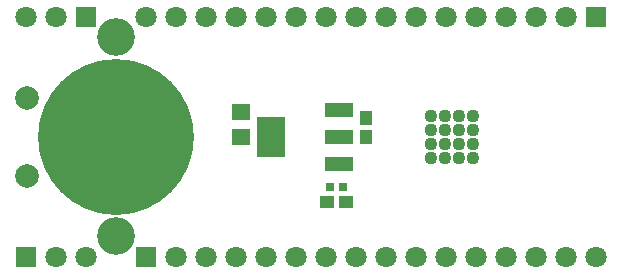
<source format=gbs>
G75*
%MOIN*%
%OFA0B0*%
%FSLAX25Y25*%
%IPPOS*%
%LPD*%
%AMOC8*
5,1,8,0,0,1.08239X$1,22.5*
%
%ADD10C,0.04362*%
%ADD11R,0.09252X0.13583*%
%ADD12R,0.09252X0.04528*%
%ADD13R,0.04921X0.04331*%
%ADD14R,0.04331X0.04921*%
%ADD15R,0.03150X0.03150*%
%ADD16R,0.06102X0.05512*%
%ADD17C,0.07874*%
%ADD18C,0.51969*%
%ADD19C,0.12598*%
%ADD20R,0.07087X0.07087*%
%ADD21C,0.07087*%
D10*
X0143669Y0039189D03*
X0148394Y0039189D03*
X0153118Y0039189D03*
X0157843Y0039189D03*
X0157843Y0043913D03*
X0153118Y0043913D03*
X0148394Y0043913D03*
X0143669Y0043913D03*
X0143669Y0048638D03*
X0148394Y0048638D03*
X0153118Y0048638D03*
X0157843Y0048638D03*
X0157843Y0053362D03*
X0153118Y0053362D03*
X0148394Y0053362D03*
X0143669Y0053362D03*
D11*
X0090362Y0046276D03*
D12*
X0113197Y0046276D03*
X0113197Y0037220D03*
X0113197Y0055331D03*
D13*
X0115559Y0024622D03*
X0109260Y0024622D03*
D14*
X0122252Y0046276D03*
X0122252Y0052575D03*
D15*
X0114575Y0029740D03*
X0110244Y0029740D03*
D16*
X0080520Y0046276D03*
X0080520Y0054543D03*
D17*
X0009004Y0059386D03*
X0009004Y0033402D03*
D18*
X0038748Y0046394D03*
D19*
X0038748Y0079602D03*
X0038748Y0013185D03*
D20*
X0008748Y0006394D03*
X0048748Y0006394D03*
X0028748Y0086394D03*
X0198748Y0086394D03*
D21*
X0188748Y0086394D03*
X0178748Y0086394D03*
X0168748Y0086394D03*
X0158748Y0086394D03*
X0148748Y0086394D03*
X0138748Y0086394D03*
X0128748Y0086394D03*
X0118748Y0086394D03*
X0108748Y0086394D03*
X0098748Y0086394D03*
X0088748Y0086394D03*
X0078748Y0086394D03*
X0068748Y0086394D03*
X0058748Y0086394D03*
X0048748Y0086394D03*
X0018748Y0086394D03*
X0008748Y0086394D03*
X0018748Y0006394D03*
X0028748Y0006394D03*
X0058748Y0006394D03*
X0068748Y0006394D03*
X0078748Y0006394D03*
X0088748Y0006394D03*
X0098748Y0006394D03*
X0108748Y0006394D03*
X0118748Y0006394D03*
X0128748Y0006394D03*
X0138748Y0006394D03*
X0148748Y0006394D03*
X0158748Y0006394D03*
X0168748Y0006394D03*
X0178748Y0006394D03*
X0188748Y0006394D03*
X0198748Y0006394D03*
M02*

</source>
